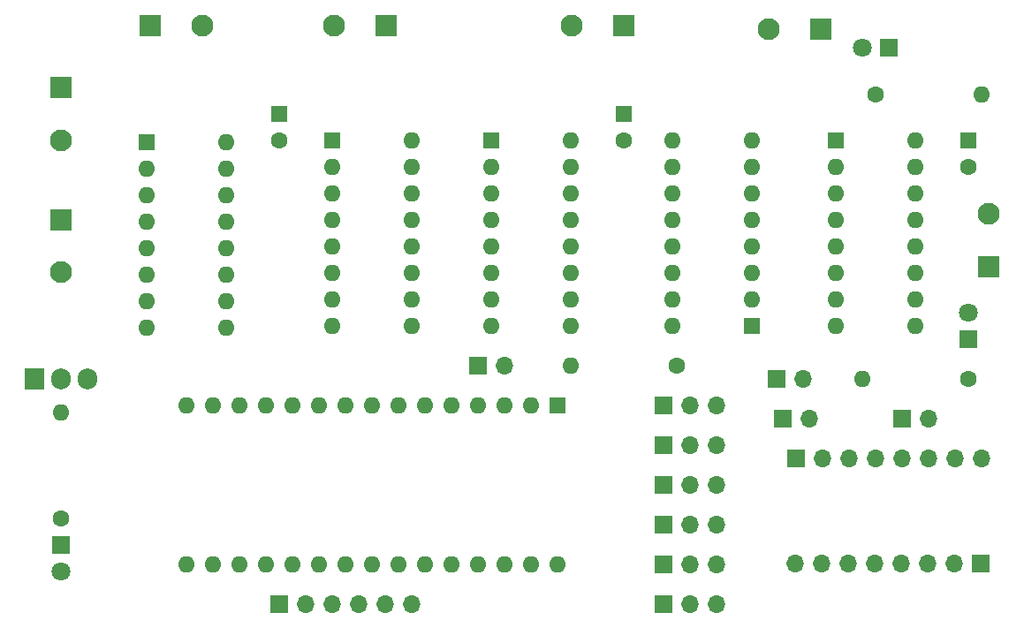
<source format=gbr>
%TF.GenerationSoftware,KiCad,Pcbnew,7.0.2*%
%TF.CreationDate,2023-05-15T21:07:48+08:00*%
%TF.ProjectId,____,5ffb7408-2e6b-4696-9361-645f70636258,rev?*%
%TF.SameCoordinates,Original*%
%TF.FileFunction,Soldermask,Top*%
%TF.FilePolarity,Negative*%
%FSLAX46Y46*%
G04 Gerber Fmt 4.6, Leading zero omitted, Abs format (unit mm)*
G04 Created by KiCad (PCBNEW 7.0.2) date 2023-05-15 21:07:48*
%MOMM*%
%LPD*%
G01*
G04 APERTURE LIST*
%ADD10R,1.700000X1.700000*%
%ADD11O,1.700000X1.700000*%
%ADD12R,1.600000X1.600000*%
%ADD13O,1.600000X1.600000*%
%ADD14R,2.100000X2.100000*%
%ADD15C,2.100000*%
%ADD16C,1.600000*%
%ADD17R,1.800000X1.800000*%
%ADD18C,1.800000*%
%ADD19R,1.905000X2.000000*%
%ADD20O,1.905000X2.000000*%
G04 APERTURE END LIST*
D10*
%TO.C,J14*%
X63500000Y-92710000D03*
D11*
X66040000Y-92710000D03*
X68580000Y-92710000D03*
X71120000Y-92710000D03*
X73660000Y-92710000D03*
X76200000Y-92710000D03*
%TD*%
D10*
%TO.C,J7*%
X123190000Y-74930000D03*
D11*
X125730000Y-74930000D03*
%TD*%
D12*
%TO.C,U7*%
X116840000Y-48260000D03*
D13*
X116840000Y-50800000D03*
X116840000Y-53340000D03*
X116840000Y-55880000D03*
X116840000Y-58420000D03*
X116840000Y-60960000D03*
X116840000Y-63500000D03*
X116840000Y-66040000D03*
X124460000Y-66040000D03*
X124460000Y-63500000D03*
X124460000Y-60960000D03*
X124460000Y-58420000D03*
X124460000Y-55880000D03*
X124460000Y-53340000D03*
X124460000Y-50800000D03*
X124460000Y-48260000D03*
%TD*%
D14*
%TO.C,J16*%
X96520000Y-37236400D03*
D15*
X91520000Y-37236400D03*
%TD*%
D10*
%TO.C,J4*%
X111760000Y-74930000D03*
D11*
X114300000Y-74930000D03*
%TD*%
D16*
%TO.C,R2*%
X42545000Y-84455000D03*
D13*
X42545000Y-74295000D03*
%TD*%
D12*
%TO.C,U3*%
X68580000Y-48260000D03*
D13*
X68580000Y-50800000D03*
X68580000Y-53340000D03*
X68580000Y-55880000D03*
X68580000Y-58420000D03*
X68580000Y-60960000D03*
X68580000Y-63500000D03*
X68580000Y-66040000D03*
X76200000Y-66040000D03*
X76200000Y-63500000D03*
X76200000Y-60960000D03*
X76200000Y-58420000D03*
X76200000Y-55880000D03*
X76200000Y-53340000D03*
X76200000Y-50800000D03*
X76200000Y-48260000D03*
%TD*%
D10*
%TO.C,J6*%
X82550000Y-69850000D03*
D11*
X85090000Y-69850000D03*
%TD*%
D14*
%TO.C,J15*%
X73685400Y-37236400D03*
D15*
X68685400Y-37236400D03*
%TD*%
D12*
%TO.C,C1*%
X63500000Y-45760000D03*
D16*
X63500000Y-48260000D03*
%TD*%
D14*
%TO.C,J18*%
X51077100Y-37283200D03*
D15*
X56077100Y-37283200D03*
%TD*%
D17*
%TO.C,D3*%
X129540000Y-67310000D03*
D18*
X129540000Y-64770000D03*
%TD*%
D12*
%TO.C,U4*%
X108800000Y-66040000D03*
D13*
X108800000Y-63500000D03*
X108800000Y-60960000D03*
X108800000Y-58420000D03*
X108800000Y-55880000D03*
X108800000Y-53340000D03*
X108800000Y-50800000D03*
X108800000Y-48260000D03*
X101180000Y-48260000D03*
X101180000Y-50800000D03*
X101180000Y-53340000D03*
X101180000Y-55880000D03*
X101180000Y-58420000D03*
X101180000Y-60960000D03*
X101180000Y-63500000D03*
X101180000Y-66040000D03*
%TD*%
D12*
%TO.C,C2*%
X129540000Y-48260000D03*
D16*
X129540000Y-50760000D03*
%TD*%
D10*
%TO.C,J3*%
X113030000Y-78740000D03*
D11*
X115570000Y-78740000D03*
X118110000Y-78740000D03*
X120650000Y-78740000D03*
X123190000Y-78740000D03*
X125730000Y-78740000D03*
X128270000Y-78740000D03*
X130810000Y-78740000D03*
%TD*%
D10*
%TO.C,J11*%
X100330000Y-85090000D03*
D11*
X102870000Y-85090000D03*
X105410000Y-85090000D03*
%TD*%
D16*
%TO.C,R4*%
X129540000Y-71120000D03*
D13*
X119380000Y-71120000D03*
%TD*%
D19*
%TO.C,U2*%
X40005000Y-71120000D03*
D20*
X42545000Y-71120000D03*
X45085000Y-71120000D03*
%TD*%
D10*
%TO.C,J2*%
X130708400Y-88849200D03*
D11*
X128168400Y-88849200D03*
X125628400Y-88849200D03*
X123088400Y-88849200D03*
X120548400Y-88849200D03*
X118008400Y-88849200D03*
X115468400Y-88849200D03*
X112928400Y-88849200D03*
%TD*%
D17*
%TO.C,D1*%
X42545000Y-86995000D03*
D18*
X42545000Y-89535000D03*
%TD*%
D10*
%TO.C,J12*%
X100330000Y-88900000D03*
D11*
X102870000Y-88900000D03*
X105410000Y-88900000D03*
%TD*%
D12*
%TO.C,A1*%
X90170000Y-73670000D03*
D13*
X87630000Y-73670000D03*
X85090000Y-73670000D03*
X82550000Y-73670000D03*
X80010000Y-73670000D03*
X77470000Y-73670000D03*
X74930000Y-73670000D03*
X72390000Y-73670000D03*
X69850000Y-73670000D03*
X67310000Y-73670000D03*
X64770000Y-73670000D03*
X62230000Y-73670000D03*
X59690000Y-73670000D03*
X57150000Y-73670000D03*
X54610000Y-73670000D03*
X54610000Y-88910000D03*
X57150000Y-88910000D03*
X59690000Y-88910000D03*
X62230000Y-88910000D03*
X64770000Y-88910000D03*
X67310000Y-88910000D03*
X69850000Y-88910000D03*
X72390000Y-88910000D03*
X74930000Y-88910000D03*
X77470000Y-88910000D03*
X80010000Y-88910000D03*
X82550000Y-88910000D03*
X85090000Y-88910000D03*
X87630000Y-88910000D03*
X90170000Y-88910000D03*
%TD*%
D16*
%TO.C,R3*%
X120650000Y-43815000D03*
D13*
X130810000Y-43815000D03*
%TD*%
D16*
%TO.C,R1*%
X101600000Y-69850000D03*
D13*
X91440000Y-69850000D03*
%TD*%
D12*
%TO.C,C3*%
X96520000Y-45720000D03*
D16*
X96520000Y-48220000D03*
%TD*%
D10*
%TO.C,J9*%
X100330000Y-77470000D03*
D11*
X102870000Y-77470000D03*
X105410000Y-77470000D03*
%TD*%
D14*
%TO.C,J20*%
X131445000Y-60325000D03*
D15*
X131445000Y-55325000D03*
%TD*%
D10*
%TO.C,J10*%
X100330000Y-81280000D03*
D11*
X102870000Y-81280000D03*
X105410000Y-81280000D03*
%TD*%
D12*
%TO.C,U5*%
X50800000Y-48412400D03*
D13*
X50800000Y-50952400D03*
X50800000Y-53492400D03*
X50800000Y-56032400D03*
X50800000Y-58572400D03*
X50800000Y-61112400D03*
X50800000Y-63652400D03*
X50800000Y-66192400D03*
X58420000Y-66192400D03*
X58420000Y-63652400D03*
X58420000Y-61112400D03*
X58420000Y-58572400D03*
X58420000Y-56032400D03*
X58420000Y-53492400D03*
X58420000Y-50952400D03*
X58420000Y-48412400D03*
%TD*%
D10*
%TO.C,J13*%
X100330000Y-92710000D03*
D11*
X102870000Y-92710000D03*
X105410000Y-92710000D03*
%TD*%
D14*
%TO.C,J17*%
X42545000Y-43220000D03*
D15*
X42545000Y-48220000D03*
%TD*%
D12*
%TO.C,U6*%
X83820000Y-48260000D03*
D13*
X83820000Y-50800000D03*
X83820000Y-53340000D03*
X83820000Y-55880000D03*
X83820000Y-58420000D03*
X83820000Y-60960000D03*
X83820000Y-63500000D03*
X83820000Y-66040000D03*
X91440000Y-66040000D03*
X91440000Y-63500000D03*
X91440000Y-60960000D03*
X91440000Y-58420000D03*
X91440000Y-55880000D03*
X91440000Y-53340000D03*
X91440000Y-50800000D03*
X91440000Y-48260000D03*
%TD*%
D10*
%TO.C,J5*%
X111125000Y-71120000D03*
D11*
X113665000Y-71120000D03*
%TD*%
D14*
%TO.C,J1*%
X42545000Y-55880000D03*
D15*
X42545000Y-60880000D03*
%TD*%
D17*
%TO.C,D2*%
X121925000Y-39370000D03*
D18*
X119385000Y-39370000D03*
%TD*%
D14*
%TO.C,J19*%
X115337600Y-37617400D03*
D15*
X110337600Y-37617400D03*
%TD*%
D10*
%TO.C,J8*%
X100330000Y-73660000D03*
D11*
X102870000Y-73660000D03*
X105410000Y-73660000D03*
%TD*%
M02*

</source>
